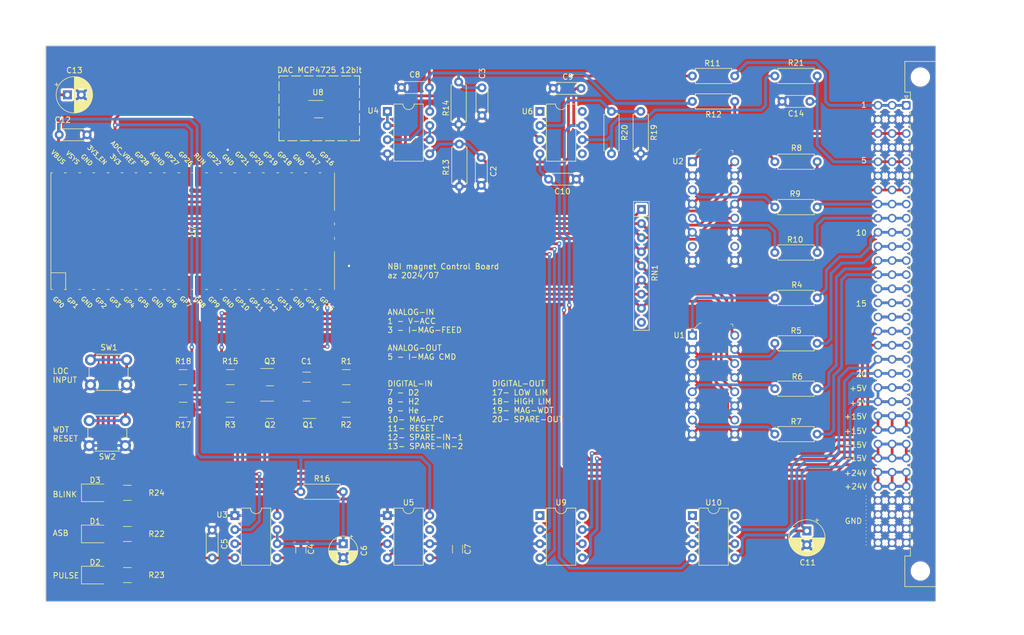
<source format=kicad_pcb>
(kicad_pcb (version 20221018) (generator pcbnew)

  (general
    (thickness 1.6)
  )

  (paper "A4")
  (layers
    (0 "F.Cu" signal)
    (31 "B.Cu" signal)
    (32 "B.Adhes" user "B.Adhesive")
    (33 "F.Adhes" user "F.Adhesive")
    (34 "B.Paste" user)
    (35 "F.Paste" user)
    (36 "B.SilkS" user "B.Silkscreen")
    (37 "F.SilkS" user "F.Silkscreen")
    (38 "B.Mask" user)
    (39 "F.Mask" user)
    (40 "Dwgs.User" user "User.Drawings")
    (41 "Cmts.User" user "User.Comments")
    (42 "Eco1.User" user "User.Eco1")
    (43 "Eco2.User" user "User.Eco2")
    (44 "Edge.Cuts" user)
    (45 "Margin" user)
    (46 "B.CrtYd" user "B.Courtyard")
    (47 "F.CrtYd" user "F.Courtyard")
    (48 "B.Fab" user)
    (49 "F.Fab" user)
    (50 "User.1" user)
    (51 "User.2" user)
    (52 "User.3" user)
    (53 "User.4" user)
    (54 "User.5" user)
    (55 "User.6" user)
    (56 "User.7" user)
    (57 "User.8" user)
    (58 "User.9" user)
  )

  (setup
    (stackup
      (layer "F.SilkS" (type "Top Silk Screen"))
      (layer "F.Paste" (type "Top Solder Paste"))
      (layer "F.Mask" (type "Top Solder Mask") (thickness 0.01))
      (layer "F.Cu" (type "copper") (thickness 0.035))
      (layer "dielectric 1" (type "core") (thickness 1.51) (material "FR4") (epsilon_r 4.5) (loss_tangent 0.02))
      (layer "B.Cu" (type "copper") (thickness 0.035))
      (layer "B.Mask" (type "Bottom Solder Mask") (thickness 0.01))
      (layer "B.Paste" (type "Bottom Solder Paste"))
      (layer "B.SilkS" (type "Bottom Silk Screen"))
      (copper_finish "None")
      (dielectric_constraints no)
    )
    (pad_to_mask_clearance 0)
    (pcbplotparams
      (layerselection 0x0001000_ffffffff)
      (plot_on_all_layers_selection 0x0000000_00000000)
      (disableapertmacros false)
      (usegerberextensions true)
      (usegerberattributes true)
      (usegerberadvancedattributes true)
      (creategerberjobfile false)
      (dashed_line_dash_ratio 12.000000)
      (dashed_line_gap_ratio 3.000000)
      (svgprecision 6)
      (plotframeref false)
      (viasonmask false)
      (mode 1)
      (useauxorigin false)
      (hpglpennumber 1)
      (hpglpenspeed 20)
      (hpglpendiameter 15.000000)
      (dxfpolygonmode true)
      (dxfimperialunits true)
      (dxfusepcbnewfont true)
      (psnegative false)
      (psa4output false)
      (plotreference true)
      (plotvalue true)
      (plotinvisibletext false)
      (sketchpadsonfab false)
      (subtractmaskfromsilk false)
      (outputformat 1)
      (mirror false)
      (drillshape 0)
      (scaleselection 1)
      (outputdirectory "gerbers/")
    )
  )

  (net 0 "")
  (net 1 "/WDT_reset")
  (net 2 "Net-(C1-Pad2)")
  (net 3 "GND")
  (net 4 "Net-(U3-CONT)")
  (net 5 "Net-(Q3-B)")
  (net 6 "+5V")
  (net 7 "+15V")
  (net 8 "-15V")
  (net 9 "/I-MAG-CMD")
  (net 10 "+3V3")
  (net 11 "/I-MAG-3V3")
  (net 12 "/V-ACC-3V3")
  (net 13 "Net-(Q2-E)")
  (net 14 "Net-(D1-A)")
  (net 15 "Net-(D2-A)")
  (net 16 "Net-(Q1-B)")
  (net 17 "/V-ACC-REF")
  (net 18 "/I-MAG-feed")
  (net 19 "/SPARE-IN-1")
  (net 20 "/SPARE-IN-2")
  (net 21 "/IN1")
  (net 22 "/internal_reset")
  (net 23 "Net-(R8-Pad2)")
  (net 24 "Net-(R9-Pad2)")
  (net 25 "Net-(D3-A)")
  (net 26 "Net-(Q1-C)")
  (net 27 "+24V")
  (net 28 "/LOW-LIM")
  (net 29 "/HIGH-LIM")
  (net 30 "Net-(R4-Pad2)")
  (net 31 "Net-(R5-Pad2)")
  (net 32 "/MAG-FAIL-2")
  (net 33 "/He-3V3")
  (net 34 "Net-(R6-Pad2)")
  (net 35 "/D2")
  (net 36 "/H2")
  (net 37 "/He")
  (net 38 "/FIL-PC")
  (net 39 "/RESET")
  (net 40 "/WDT-FAULT")
  (net 41 "Net-(R7-Pad2)")
  (net 42 "/HIGH-LIMIT-FAULT")
  (net 43 "/LOW-LIMIT-FAULT")
  (net 44 "/FAIL#2")
  (net 45 "Net-(U6A--)")
  (net 46 "unconnected-(RN1-R8-Pad9)")
  (net 47 "unconnected-(X1-Pada16)")
  (net 48 "unconnected-(U2-Pad7)")
  (net 49 "unconnected-(X1-Pada15)")
  (net 50 "unconnected-(X1-Pada14)")
  (net 51 "unconnected-(U2-Pad10)")
  (net 52 "/SDA")
  (net 53 "/SCL")
  (net 54 "Net-(U3-OUT)")
  (net 55 "/H2-3V3")
  (net 56 "/D2-3V3")
  (net 57 "/FIL-PC-3V3")
  (net 58 "/RESET-3V3")
  (net 59 "/SPARE-1-3V3")
  (net 60 "/SPARE-2-3V3")
  (net 61 "/STATUS#1")
  (net 62 "/STATUS#2")
  (net 63 "/MAG-WDT-FAULT")
  (net 64 "Net-(U6A-+)")
  (net 65 "/BLINK")
  (net 66 "/MCU_RESET")
  (net 67 "unconnected-(U7-GPIO18-Pad24)")
  (net 68 "unconnected-(U7-GPIO19-Pad25)")
  (net 69 "unconnected-(U7-GPIO20-Pad26)")
  (net 70 "unconnected-(U7-GPIO21-Pad27)")
  (net 71 "unconnected-(U7-GPIO22-Pad29)")
  (net 72 "unconnected-(U7-RUN-Pad30)")
  (net 73 "unconnected-(U7-AGND-Pad33)")
  (net 74 "unconnected-(U7-GPIO28_ADC2-Pad34)")
  (net 75 "unconnected-(U7-ADC_VREF-Pad35)")
  (net 76 "unconnected-(U7-3V3_EN-Pad37)")
  (net 77 "unconnected-(U7-VSYS-Pad39)")
  (net 78 "Net-(U4A-+)")
  (net 79 "Net-(U4B-+)")
  (net 80 "Net-(U5-CONT)")
  (net 81 "unconnected-(U5-DIS-Pad7)")
  (net 82 "Net-(R10-Pad2)")
  (net 83 "Net-(R20-Pad2)")

  (footprint "Capacitor_THT:C_Disc_D4.3mm_W1.9mm_P5.00mm" (layer "F.Cu") (at 69.91 127.15 -90))

  (footprint "Package_DIP:DIP-8_W7.62mm" (layer "F.Cu") (at 128.84 51.81))

  (footprint "LED_SMD:LED_1210_3225Metric_Pad1.42x2.65mm_HandSolder" (layer "F.Cu") (at 48.8588 127.85))

  (footprint "Resistor_THT:R_Axial_DIN0207_L6.3mm_D2.5mm_P7.62mm_Horizontal" (layer "F.Cu") (at 146.975 51.79 -90))

  (footprint "Resistor_SMD:R_1210_3225Metric_Pad1.30x2.65mm_HandSolder" (layer "F.Cu") (at 73.16 99.63))

  (footprint "Resistor_THT:R_Axial_DIN0207_L6.3mm_D2.5mm_P7.62mm_Horizontal" (layer "F.Cu") (at 85.852 120.25))

  (footprint "Package_TO_SOT_SMD:SOT-23" (layer "F.Cu") (at 80.291666 99.63))

  (footprint "digikey-footprints:DIP-16_W7.62mm" (layer "F.Cu") (at 156.26 92.1))

  (footprint "Capacitor_THT:C_Disc_D4.3mm_W1.9mm_P5.00mm" (layer "F.Cu") (at 42.4 56))

  (footprint "Resistor_SMD:R_1210_3225Metric_Pad1.30x2.65mm_HandSolder" (layer "F.Cu") (at 94.025 105.5))

  (footprint "Capacitor_THT:C_Disc_D4.3mm_W1.9mm_P5.00mm" (layer "F.Cu") (at 136.25 47.65 180))

  (footprint "Resistor_THT:R_Axial_DIN0207_L6.3mm_D2.5mm_P7.62mm_Horizontal" (layer "F.Cu") (at 163.88 50 180))

  (footprint "Capacitor_SMD:C_1206_3216Metric_Pad1.33x1.80mm_HandSolder" (layer "F.Cu") (at 85.852 130.5875 -90))

  (footprint "Resistor_THT:R_Axial_DIN0207_L6.3mm_D2.5mm_P7.62mm_Horizontal" (layer "F.Cu") (at 178.71 101.7083 180))

  (footprint "Button_Switch_THT:SW_PUSH_6mm" (layer "F.Cu") (at 54.526 101.014 180))

  (footprint "Resistor_THT:R_Axial_DIN0207_L6.3mm_D2.5mm_P7.62mm_Horizontal" (layer "F.Cu") (at 178.71 69.0217 180))

  (footprint "Capacitor_SMD:C_1206_3216Metric_Pad1.33x1.80mm_HandSolder" (layer "F.Cu") (at 114.03 130.5875 -90))

  (footprint "Resistor_SMD:R_1210_3225Metric_Pad1.30x2.65mm_HandSolder" (layer "F.Cu") (at 73.152 105.5))

  (footprint "Capacitor_THT:C_Disc_D4.3mm_W1.9mm_P5.00mm" (layer "F.Cu") (at 135.4 64 180))

  (footprint "Package_TO_SOT_SMD:SOT-23" (layer "F.Cu") (at 80.291666 105.5))

  (footprint "Capacitor_THT:C_Disc_D4.3mm_W1.9mm_P5.00mm" (layer "F.Cu") (at 118.3 60.1 -90))

  (footprint "LED_SMD:LED_1210_3225Metric_Pad1.42x2.65mm_HandSolder" (layer "F.Cu") (at 48.8588 135.25))

  (footprint "Capacitor_THT:C_Disc_D4.3mm_W1.9mm_P5.00mm" (layer "F.Cu") (at 108.95 47.5 180))

  (footprint "my_library:VME_connector_41612" (layer "F.Cu") (at 212.61 89.836 -90))

  (footprint "Resistor_SMD:R_1210_3225Metric_Pad1.30x2.65mm_HandSolder" (layer "F.Cu") (at 64.69 105.5 180))

  (footprint "Capacitor_THT:CP_Radial_D6.3mm_P2.50mm" (layer "F.Cu") (at 43.87 48.81))

  (footprint "Package_TO_SOT_SMD:SOT-23-6" (layer "F.Cu") (at 89.0625 51.4))

  (footprint "Capacitor_THT:CP_Radial_D6.3mm_P2.50mm" (layer "F.Cu") (at 176.85 127.3 -90))

  (footprint "Capacitor_THT:CP_Radial_D5.0mm_P2.50mm" (layer "F.Cu")
    (tstamp 8e2fbb9e-78a7-4571-8391-2700572d4758)
    (at 93.472 129.61 -90)
    (descr "CP, Radial series, Radial, pin pitch=2.50mm, , diameter=5mm, Electrolytic Capacitor")
    (tags "CP Radial series Radial pin pitch 2.50mm  diameter 5mm Electrolytic Capacitor")
    (property "Sheetfile" "139_magnet_interlock_UVC_pico_V2.kicad_sch")
    (property "Sheetname" "")
    (property "ki_description" "Polarized capacitor, US symbol")
    (property "ki_keywords" "cap capacitor")
    (path "/d0ad8494-3b2d-4b4c-b69e-f25371927c91")
    (attr through_hole)
    (fp_text reference "C6" (at 1.25 -3.75 90) (layer "F.SilkS")
        (effects (font (size 1 1) (thickness 0.15)))
      (tstamp b42db08f-d8f2-46f8-b7fa-4a31c1b3769c)
    )
    (fp_text value "10u" (at 1.25 3.75 90) (layer "F.Fab")
        (effects (font (size 1 1) (thickness 0.15)))
      (tstamp a8e3fb97-d46b-4dc2-8263-7a4c6f5295c1)
    )
    (fp_text user "${REFERENCE}" (at 1.25 0 90) (layer "F.Fab")
        (effects (font (size 1 1) (thickness 0.15)))
      (tstamp 08db2b49-54e4-40db-aa0b-df4e17957b4a)
    )
    (fp_line (start -1.554775 -1.475) (end -1.054775 -1.475)
      (stroke (width 0.12) (type solid)) (layer "F.SilkS") (tstamp 03c47b58-b4a5-46d7-bb81-bf0289d27a5f))
    (fp_line (start -1.304775 -1.725) (end -1.304775 -1.225)
      (stroke (width 0.12) (type solid)) (layer "F.SilkS") (tstamp e1fba297-1395-42e6-9b3a-84bfdce0dcae))
    (fp_line (start 1.25 -2.58) (end 1.25 2.58)
      (stroke (width 0.12) (type solid)) (layer "F.SilkS") (tstamp 393cf432-d8d9-4b3c-9332-ba76a639c07d))
    (fp_line (start 1.29 -2.58) (end 1.29 2.58)
      (stroke (width 0.12) (type solid)) (layer "F.SilkS") (tstamp d83f2911-8fbf-4688-9dfb-662f5ba30fa4))
    (fp_line (start 1.33 -2.579) (end 1.33 2.579)
      (stroke (width 0.12) (type solid)) (layer "F.SilkS") (tstamp a9af5cf5-ffac-4174-8058-7e22290c773c))
    (fp_line (start 1.37 -2.578) (end 1.37 2.578)
      (stroke (width 0.12) (type solid)) (layer "F.SilkS") (tstamp 16c2e050-f0dd-46fd-b239-6f03bb9159a9))
    (fp_line (start 1.41 -2.576) (end 1.41 2.576)
      (stroke (width 0.12) (type solid)) (layer "F.SilkS") (tstamp e0abe09d-30d9-4965-ae6b-dfda307af187))
    (fp_line (start 1.45 -2.573) (end 1.45 2.573)
      (stroke (width 0.12) (type solid)) (layer "F.SilkS") (tstamp dfabebe9-6841-4ea6-9455-5edc8adb9a60))
    (fp_line (start 1.49 -2.569) (end 1.49 -1.04)
      (stroke (width 0.12) (type solid)) (layer "F.SilkS") (tstamp 0185ca75-df9a-409b-8a9f-ef634aae9f87))
    (fp_line (start 1.49 1.04) (end 1.49 2.569)
      (stroke (width 0.12) (type solid)) (layer "F.SilkS") (tstamp ee79671a-2280-478e-96c0-f339a5b01b96))
    (fp_line (start 1.53 -2.565) (end 1.53 -1.04)
      (stroke (width 0.12) (type solid)) (layer "F.SilkS") (tstamp 9eeff5eb-c615-4e31-8e9b-e4921a0dbc22))
    (fp_line (start 1.53 1.04) (end 1.53 2.565)
      (stroke (width 0.12) (type solid)) (layer "F.SilkS") (tstamp c8243c14-2a0a-4b87-ab10-2135d9c9dc01))
    (fp_line (start 1.57 -2.561) (end 1.57 -1.04)
      (stroke (width 0.12) (type solid)) (layer "F.SilkS") (tstamp e1cb7674-b734-456a-9cb6-6c575e2fe353))
    (fp_line (start 1.57 1.04) (end 1.57 2.561)
      (stroke (width 0.12) (type solid)) (layer "F.SilkS") (tstamp 0e8d2282-d949-4a04-8cd4-157855e4e5d3))
    (fp_line (start 1.61 -2.556) (end 1.61 -1.04)
      (stroke (width 0.12) (type solid)) (layer "F.SilkS") (tstamp 49e73faf-881e-4d67-8703-8ad785255fcb))
    (fp_line (start 1.61 1.04) (end 1.61 2.556)
      (stroke (width 0.12) (type solid)) (layer "F.SilkS") (tstamp 786faee3-75e3-466e-b2d4-4a18042b0258))
    (fp_line (start 1.65 -2.55) (end 1.65 -1.04)
      (stroke (width 0.12) (type solid)) (layer "F.SilkS") (tstamp 3cc4fd88-7d2d-4b02-a679-aaf222e0b5a2))
    (fp_line (start 1.65 1.04) (end 1.65 2.55)
      (stroke (width 0.12) (type solid)) (layer "F.SilkS") (tstamp 58bbe17e-59d3-42ff-8153-e8e339a80194))
    (fp_line (start 1.69 -2.543) (end 1.69 -1.04)
      (stroke (width 0.12) (type solid)) (layer "F.SilkS") (tstamp 90196717-9eae-41b9-9d5f-3d1099096d5d))
    (fp_line (start 1.69 1.04) (end 1.69 2.543)
      (stroke (width 0.12) (type solid)) (layer "F.SilkS") (tstamp 622ef6e4-6ab0-47b1-a537-f21361c2c485))
    (fp_line (start 1.73 -2.536) (end 1.73 -1.04)
      (stroke (width 0.12) (type solid)) (layer "F.SilkS") (tstamp 5bf506c1-617a-4aad-ae0e-6d59c5cfaae9))
    (fp_line (start 1.73 1.04) (end 1.73 2.536)
      (stroke (width 0.12) (type solid)) (layer "F.SilkS") (tstamp 47d6e8d5-f5bf-4268-988c-1e55d06ed82a))
    (fp_line (start 1.77 -2.528) (end 1.77 -1.04)
      (stroke (width 0.12) (type solid)) (layer "F.SilkS") (tstamp ef3721fb-6df6-4544-8488-bfdf924ee719))
    (fp_line (start 1.77 1.04) (end 1.77 2.528)
      (stroke (width 0.12) (type solid)) (layer "F.SilkS") (tstamp a593c65f-cecb-4ae2-9694-2fd9efd708b9))
    (fp_line (start 1.81 -2.52) (end 1.81 -1.04)
      (stroke (width 0.12) (type solid)) (layer "F.SilkS") (tstamp ac9d1c79-a424-4379-8f63-1df8205bbe11))
    (fp_line (start 1.81 1.04) (end 1.81 2.52)
      (stroke (width 0.12) (type solid)) (layer "F.SilkS") (tstamp 729d928e-fd0f-4f23-a0b3-ae7c165338f4))
    (fp_line (start 1.85 -2.511) (end 1.85 -1.04)
      (stroke (width 0.12) (type solid)) (layer "F.SilkS") (tstamp e04a7bf9-fc81-437a-a40f-8de0fce6adbd))
    (fp_line (start 1.85 1.04) (end 1.85 2.511)
      (stroke (width 0.12) (type solid)) (layer "F.SilkS") (tstamp 0e4828a2-7478-43a7-b547-d912d00b0d92))
    (fp_line (start 1.89 -2.501) (end 1.89 -1.04)
      (stroke (width 0.12) (type solid)) (layer "F.SilkS") (tstamp 8f3fdf0c-56cc-4608-b7e0-ec81a6bca21d))
    (fp_line (start 1.89 1.04) (end 1.89 2.501)
      (stroke (width 0.12) (type solid)) (layer "F.SilkS") (tstamp 7e80e3a6-fcf7-478d-a8bb-bd5df83e74b8))
    (fp_line (start 1.93 -2.491) (end 1.93 -1.04)
      (stroke (width 0.12) (type solid)) (layer "F.SilkS") (tstamp 1ae05331-145f-483e-a14a-dca401e05299))
    (fp_line (start 1.93 1.04) (end 1.93 2.491)
      (stroke (width 0.12) (type solid)) (layer "F.SilkS") (tstamp 64606fc2-c485-472e-b0cd-9a36397fbdb9))
    (fp_line (start 1.971 -2.48) (end 1.971 -1.04)
      (stroke (width 0.12) (type solid)) (layer "F.SilkS") (tstamp f2a1680e-9463-4fd5-8277-fdef43a3fd5c))
    (fp_line (start 1.971 1.04) (end 1.971 2.48)
      (stroke (width 0.12) (type solid)) (layer "F.SilkS") (tstamp afca00db-92f2-4ff5-93b0-fc37f0b8f450))
    (fp_line (start 2.011 -2.468) (end 2.011 -1.04)
      (stroke (width 0.12) (type solid)) (layer "F.SilkS") (tstamp 544e573d-339b-4113-b36a-a7ff356e1ade))
    (fp_line (start 2.011 1.04) (end 2.011 2.468)
      (stroke (width 0.12) (type solid)) (layer "F.SilkS") (tstamp e69e4c5b-de26-41dd-b355-26f1424e1b1e))
    (fp_line (start 2.051 -2.455) (end 2.051 -1.04)
      (stroke (width 0.12) (type solid)) (layer "F.SilkS") (tstamp bfcfe4a7-b305-424f-af45-2b850bdf8749))
    (fp_line (start 2.051 1.04) (end 2.051 2.455)
      (stroke (width 0.12) (type solid)) (layer "F.SilkS") (tstamp 7f8e435c-4bc9-4923-8298-08636bcb3c19))
    (fp_line (start 2.091 -2.442) (end 2.091 -1.04)
      (stroke (width 0.12) (type solid)) (layer "F.SilkS") (tstamp a282e8ac-7422-4756-8c14-656bac5e5581))
    (fp_line (start 2.091 1.04) (end 2.091 2.442)
      (stroke (width 0.12) (type solid)) (layer "F.SilkS") (tstamp 096158ba-133d-469a-bd87-7c595023027a))
    (fp_line (start 2.131 -2.428) (end 2.131 -1.04)
      (stroke (width 0.12) (type solid)) (layer "F.SilkS") (tstamp 352bebc7-22fe-4861-9e5a-cce63ac16db3))
    (fp_line (start 2.131 1.04) (end 2.131 2.428)
      (stroke (width 0.12) (type solid)) (layer "F.SilkS") (tstamp 9ad43e66-1cbb-4fde-99b0-55743df00c44))
    (fp_line (start 2.171 -2.414) (end 2.171 -1.04)
      (stroke (width 0.12) (type solid)) (layer "F.SilkS") (tstamp 4169a454-c516-4fe0-89c7-45ae4cd17a55))
    (fp_line (start 2.171 1.04) (end 2.171 2.414)
      (stroke (width 0.12) (type solid)) (layer "F.SilkS") (tstamp 77d0062c-a66f-450b-8af7-fb85ab74b101))
    (fp_line (start 2.211 -2.398) (end 2.211 -1.04)
      (stroke (width 0.12) (type solid)) (layer "F.SilkS") (tstamp da86d3da-ffff-4028-b8c8-21a42dee6733))
    (fp_line (start 2.211 1.04) (end 2.211 2.398)
      (stroke (width 0.12) (type solid)) (layer "F.SilkS") (tstamp fdacd214-296c-47f0-83b8-90ce8a4d2d6f))
    (fp_line (start 2.251 -2.382) (end 2.251 -1.04)
      (stroke (width 0.12) (type solid)) (layer "F.SilkS") (tstamp bd3b3f1b-4fc2-46cc-9810-a9be823a1eef))
    (fp_line (start 2.251 1.04) (end 2.251 2.382)
      (stroke (width 0.12) (type solid)) (layer "F.SilkS") (tstamp 3c7a6a2a-056d-4eff-bc8e-06fa605e7a11))
    (fp_line (start 2.291 -2.365) (end 2.291 -1.04)
      (stroke (width 0.12) (type solid)) (layer "F.SilkS") (tstamp 63dc5650-2c4b-4586-9b58-2774e56e6cce))
    (fp_line (start 2.291 1.04) (end 2.291 2.365)
      (stroke (width 0.12) (type solid)) (layer "F.SilkS") (tstamp 439fbcbd-008a-4732-bed5-b5784acd9fba))
    (fp_line (start 2.331 -2.348) (end 2.331 -1.04)
      (stroke (width 0.12) (type solid)) (layer "F.SilkS") (tstamp a12d12fc-b871-4c92-b4cf-2bcc2df0a86d))
    (fp_line (start 2.331 1.04) (end 2.331 2.348)
      (stroke (width 0.12) (type solid)) (layer "F.SilkS") (tstamp 15467844-5fd7-42c1-887b-b8381d920695))
    (fp_line (start 2.371 -2.329) (end 2.371 -1.04)
      (stroke (width 0.12) (type solid)) (layer "F.SilkS") (tstamp 69ea62ef-cc12-4fa2-82e3-6fd4b295533b))
    (fp_line (start 2.371 1.04) (end 2.371 2.329)
      (stroke (width 0.12) (type solid)) (layer "F.SilkS") (
... [1256475 chars truncated]
</source>
